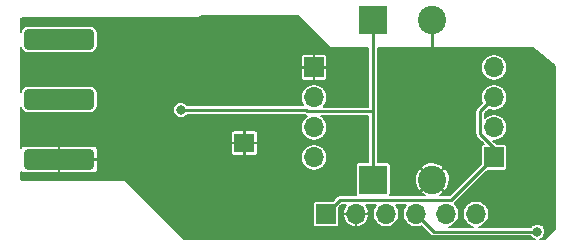
<source format=gbr>
%TF.GenerationSoftware,KiCad,Pcbnew,5.1.9+dfsg1-1*%
%TF.CreationDate,2021-06-24T19:32:38+02:00*%
%TF.ProjectId,pcb,7063622e-6b69-4636-9164-5f7063625858,rev?*%
%TF.SameCoordinates,Original*%
%TF.FileFunction,Copper,L2,Bot*%
%TF.FilePolarity,Positive*%
%FSLAX46Y46*%
G04 Gerber Fmt 4.6, Leading zero omitted, Abs format (unit mm)*
G04 Created by KiCad (PCBNEW 5.1.9+dfsg1-1) date 2021-06-24 19:32:38*
%MOMM*%
%LPD*%
G01*
G04 APERTURE LIST*
%TA.AperFunction,SMDPad,CuDef*%
%ADD10R,1.800000X1.600000*%
%TD*%
%TA.AperFunction,ComponentPad*%
%ADD11R,2.400000X2.400000*%
%TD*%
%TA.AperFunction,ComponentPad*%
%ADD12C,2.400000*%
%TD*%
%TA.AperFunction,ComponentPad*%
%ADD13R,1.700000X1.700000*%
%TD*%
%TA.AperFunction,ComponentPad*%
%ADD14O,1.700000X1.700000*%
%TD*%
%TA.AperFunction,ViaPad*%
%ADD15C,0.800000*%
%TD*%
%TA.AperFunction,Conductor*%
%ADD16C,0.250000*%
%TD*%
%TA.AperFunction,Conductor*%
%ADD17C,0.150000*%
%TD*%
%TA.AperFunction,Conductor*%
%ADD18C,0.100000*%
%TD*%
G04 APERTURE END LIST*
D10*
%TO.P,U1,9*%
%TO.N,GND*%
X159200000Y-130600000D03*
%TD*%
D11*
%TO.P,C3,1*%
%TO.N,VCC*%
X170100000Y-120200000D03*
D12*
%TO.P,C3,2*%
%TO.N,GND*%
X175100000Y-120200000D03*
%TD*%
D13*
%TO.P,P1,1*%
%TO.N,GND*%
X165090000Y-124200000D03*
D14*
%TO.P,P1,2*%
%TO.N,/RX*%
X165090000Y-126740000D03*
%TO.P,P1,3*%
%TO.N,/TX*%
X165090000Y-129280000D03*
%TO.P,P1,4*%
%TO.N,+2V5*%
X165090000Y-131820000D03*
%TD*%
%TO.P,P2,4*%
%TO.N,/RST*%
X180330000Y-124200000D03*
%TO.P,P2,3*%
%TO.N,+2V5*%
X180330000Y-126740000D03*
%TO.P,P2,2*%
%TO.N,/CTS*%
X180330000Y-129280000D03*
D13*
%TO.P,P2,1*%
%TO.N,+2V5*%
X180330000Y-131820000D03*
%TD*%
%TO.P,J1,1*%
%TO.N,GND*%
%TA.AperFunction,ComponentPad*%
G36*
G01*
X146050000Y-132900000D02*
X140950000Y-132900000D01*
G75*
G02*
X140500000Y-132450000I0J450000D01*
G01*
X140500000Y-131550000D01*
G75*
G02*
X140950000Y-131100000I450000J0D01*
G01*
X146050000Y-131100000D01*
G75*
G02*
X146500000Y-131550000I0J-450000D01*
G01*
X146500000Y-132450000D01*
G75*
G02*
X146050000Y-132900000I-450000J0D01*
G01*
G37*
%TD.AperFunction*%
%TO.P,J1,2*%
%TO.N,/I2*%
%TA.AperFunction,ComponentPad*%
G36*
G01*
X146050000Y-127820000D02*
X140950000Y-127820000D01*
G75*
G02*
X140500000Y-127370000I0J450000D01*
G01*
X140500000Y-126470000D01*
G75*
G02*
X140950000Y-126020000I450000J0D01*
G01*
X146050000Y-126020000D01*
G75*
G02*
X146500000Y-126470000I0J-450000D01*
G01*
X146500000Y-127370000D01*
G75*
G02*
X146050000Y-127820000I-450000J0D01*
G01*
G37*
%TD.AperFunction*%
%TO.P,J1,3*%
%TO.N,/A*%
%TA.AperFunction,ComponentPad*%
G36*
G01*
X146050000Y-122740000D02*
X140950000Y-122740000D01*
G75*
G02*
X140500000Y-122290000I0J450000D01*
G01*
X140500000Y-121390000D01*
G75*
G02*
X140950000Y-120940000I450000J0D01*
G01*
X146050000Y-120940000D01*
G75*
G02*
X146500000Y-121390000I0J-450000D01*
G01*
X146500000Y-122290000D01*
G75*
G02*
X146050000Y-122740000I-450000J0D01*
G01*
G37*
%TD.AperFunction*%
%TD*%
%TO.P,J2,1*%
%TO.N,+2V5*%
X166100000Y-136600000D03*
D14*
%TO.P,J2,2*%
%TO.N,GND*%
X168640000Y-136600000D03*
%TO.P,J2,3*%
%TO.N,/RX*%
X171180000Y-136600000D03*
%TO.P,J2,4*%
%TO.N,/TX*%
X173720000Y-136600000D03*
%TO.P,J2,5*%
%TO.N,/RST*%
X176260000Y-136600000D03*
%TO.P,J2,6*%
%TO.N,/CTS*%
X178800000Y-136600000D03*
%TD*%
D11*
%TO.P,C7,1*%
%TO.N,VCC*%
X170100000Y-133700000D03*
D12*
%TO.P,C7,2*%
%TO.N,GND*%
X175100000Y-133700000D03*
%TD*%
D15*
%TO.N,GND*%
X160800000Y-130600000D03*
%TO.N,VCC*%
X153800000Y-127800000D03*
%TO.N,/TX*%
X184000000Y-138100000D03*
%TD*%
D16*
%TO.N,GND*%
X175100000Y-120200000D02*
X175100000Y-123400000D01*
%TO.N,+2V5*%
X180330000Y-126740000D02*
X179154999Y-127915001D01*
X176725001Y-135424999D02*
X180330000Y-131820000D01*
X167275001Y-135424999D02*
X176725001Y-135424999D01*
X166100000Y-136600000D02*
X167275001Y-135424999D01*
X179154999Y-129844001D02*
X179154999Y-127915001D01*
X180330000Y-131019002D02*
X179154999Y-129844001D01*
X180330000Y-131820000D02*
X180330000Y-131019002D01*
%TO.N,VCC*%
X170100000Y-120300000D02*
X170000000Y-120200000D01*
X170034999Y-127915001D02*
X170100000Y-127850000D01*
X164525999Y-127915001D02*
X170034999Y-127915001D01*
X153800000Y-127800000D02*
X164410998Y-127800000D01*
X170100000Y-127850000D02*
X170100000Y-120300000D01*
X164410998Y-127800000D02*
X164525999Y-127915001D01*
X170100000Y-133700000D02*
X170100000Y-127850000D01*
%TO.N,/TX*%
X173720000Y-136600000D02*
X175220000Y-138100000D01*
X175220000Y-138100000D02*
X184000000Y-138100000D01*
%TD*%
D17*
%TO.N,GND*%
X185500000Y-124118779D02*
X185500001Y-137896446D01*
X184646448Y-138750000D01*
X184192164Y-138750000D01*
X184196890Y-138749060D01*
X184319732Y-138698177D01*
X184430287Y-138624307D01*
X184524307Y-138530287D01*
X184598177Y-138419732D01*
X184649060Y-138296890D01*
X184675000Y-138166482D01*
X184675000Y-138033518D01*
X184649060Y-137903110D01*
X184598177Y-137780268D01*
X184524307Y-137669713D01*
X184430287Y-137575693D01*
X184319732Y-137501823D01*
X184196890Y-137450940D01*
X184066482Y-137425000D01*
X183933518Y-137425000D01*
X183803110Y-137450940D01*
X183680268Y-137501823D01*
X183569713Y-137575693D01*
X183475693Y-137669713D01*
X183455456Y-137700000D01*
X179036487Y-137700000D01*
X179128150Y-137681767D01*
X179332887Y-137596962D01*
X179517145Y-137473844D01*
X179673844Y-137317145D01*
X179796962Y-137132887D01*
X179881767Y-136928150D01*
X179925000Y-136710803D01*
X179925000Y-136489197D01*
X179881767Y-136271850D01*
X179796962Y-136067113D01*
X179673844Y-135882855D01*
X179517145Y-135726156D01*
X179332887Y-135603038D01*
X179128150Y-135518233D01*
X178910803Y-135475000D01*
X178689197Y-135475000D01*
X178471850Y-135518233D01*
X178267113Y-135603038D01*
X178082855Y-135726156D01*
X177926156Y-135882855D01*
X177803038Y-136067113D01*
X177718233Y-136271850D01*
X177675000Y-136489197D01*
X177675000Y-136710803D01*
X177718233Y-136928150D01*
X177803038Y-137132887D01*
X177926156Y-137317145D01*
X178082855Y-137473844D01*
X178267113Y-137596962D01*
X178471850Y-137681767D01*
X178563513Y-137700000D01*
X176496487Y-137700000D01*
X176588150Y-137681767D01*
X176792887Y-137596962D01*
X176977145Y-137473844D01*
X177133844Y-137317145D01*
X177256962Y-137132887D01*
X177341767Y-136928150D01*
X177385000Y-136710803D01*
X177385000Y-136489197D01*
X177341767Y-136271850D01*
X177256962Y-136067113D01*
X177133844Y-135882855D01*
X176982292Y-135731303D01*
X177009212Y-135709210D01*
X177021738Y-135693947D01*
X179769355Y-132946330D01*
X181180000Y-132946330D01*
X181233909Y-132941020D01*
X181285747Y-132925296D01*
X181333521Y-132899760D01*
X181375395Y-132865395D01*
X181409760Y-132823521D01*
X181435296Y-132775747D01*
X181451020Y-132723909D01*
X181456330Y-132670000D01*
X181456330Y-130970000D01*
X181451020Y-130916091D01*
X181435296Y-130864253D01*
X181409760Y-130816479D01*
X181375395Y-130774605D01*
X181333521Y-130740240D01*
X181285747Y-130714704D01*
X181233909Y-130698980D01*
X181180000Y-130693670D01*
X180570353Y-130693670D01*
X180281683Y-130405000D01*
X180440803Y-130405000D01*
X180658150Y-130361767D01*
X180862887Y-130276962D01*
X181047145Y-130153844D01*
X181203844Y-129997145D01*
X181326962Y-129812887D01*
X181411767Y-129608150D01*
X181455000Y-129390803D01*
X181455000Y-129169197D01*
X181411767Y-128951850D01*
X181326962Y-128747113D01*
X181203844Y-128562855D01*
X181047145Y-128406156D01*
X180862887Y-128283038D01*
X180658150Y-128198233D01*
X180440803Y-128155000D01*
X180219197Y-128155000D01*
X180001850Y-128198233D01*
X179797113Y-128283038D01*
X179612855Y-128406156D01*
X179554999Y-128464012D01*
X179554999Y-128080686D01*
X179868962Y-127766723D01*
X180001850Y-127821767D01*
X180219197Y-127865000D01*
X180440803Y-127865000D01*
X180658150Y-127821767D01*
X180862887Y-127736962D01*
X181047145Y-127613844D01*
X181203844Y-127457145D01*
X181326962Y-127272887D01*
X181411767Y-127068150D01*
X181455000Y-126850803D01*
X181455000Y-126629197D01*
X181411767Y-126411850D01*
X181326962Y-126207113D01*
X181203844Y-126022855D01*
X181047145Y-125866156D01*
X180862887Y-125743038D01*
X180658150Y-125658233D01*
X180440803Y-125615000D01*
X180219197Y-125615000D01*
X180001850Y-125658233D01*
X179797113Y-125743038D01*
X179612855Y-125866156D01*
X179456156Y-126022855D01*
X179333038Y-126207113D01*
X179248233Y-126411850D01*
X179205000Y-126629197D01*
X179205000Y-126850803D01*
X179248233Y-127068150D01*
X179303277Y-127201038D01*
X178886047Y-127618268D01*
X178870789Y-127630790D01*
X178858267Y-127646048D01*
X178858264Y-127646051D01*
X178820802Y-127691699D01*
X178783660Y-127761187D01*
X178760787Y-127836588D01*
X178753064Y-127915001D01*
X178755000Y-127934657D01*
X178754999Y-129824354D01*
X178753064Y-129844001D01*
X178754999Y-129863647D01*
X178760787Y-129922414D01*
X178783659Y-129997814D01*
X178820802Y-130067303D01*
X178870788Y-130128212D01*
X178886051Y-130140738D01*
X179442661Y-130697348D01*
X179426091Y-130698980D01*
X179374253Y-130714704D01*
X179326479Y-130740240D01*
X179284605Y-130774605D01*
X179250240Y-130816479D01*
X179224704Y-130864253D01*
X179208980Y-130916091D01*
X179203670Y-130970000D01*
X179203670Y-132380645D01*
X176559316Y-135024999D01*
X175748375Y-135024999D01*
X175895621Y-134950486D01*
X175950828Y-134913598D01*
X176081582Y-134716937D01*
X175100000Y-133735355D01*
X174118418Y-134716937D01*
X174249172Y-134913598D01*
X174446807Y-135024999D01*
X171545005Y-135024999D01*
X171555296Y-135005747D01*
X171571020Y-134953909D01*
X171576330Y-134900000D01*
X171576330Y-133666801D01*
X173618235Y-133666801D01*
X173640230Y-133956517D01*
X173718324Y-134236375D01*
X173849514Y-134495621D01*
X173886402Y-134550828D01*
X174083063Y-134681582D01*
X175064645Y-133700000D01*
X175135355Y-133700000D01*
X176116937Y-134681582D01*
X176313598Y-134550828D01*
X176456268Y-134297719D01*
X176546817Y-134021639D01*
X176581765Y-133733199D01*
X176559770Y-133443483D01*
X176481676Y-133163625D01*
X176350486Y-132904379D01*
X176313598Y-132849172D01*
X176116937Y-132718418D01*
X175135355Y-133700000D01*
X175064645Y-133700000D01*
X174083063Y-132718418D01*
X173886402Y-132849172D01*
X173743732Y-133102281D01*
X173653183Y-133378361D01*
X173618235Y-133666801D01*
X171576330Y-133666801D01*
X171576330Y-132683063D01*
X174118418Y-132683063D01*
X175100000Y-133664645D01*
X176081582Y-132683063D01*
X175950828Y-132486402D01*
X175697719Y-132343732D01*
X175421639Y-132253183D01*
X175133199Y-132218235D01*
X174843483Y-132240230D01*
X174563625Y-132318324D01*
X174304379Y-132449514D01*
X174249172Y-132486402D01*
X174118418Y-132683063D01*
X171576330Y-132683063D01*
X171576330Y-132500000D01*
X171571020Y-132446091D01*
X171555296Y-132394253D01*
X171529760Y-132346479D01*
X171495395Y-132304605D01*
X171453521Y-132270240D01*
X171405747Y-132244704D01*
X171353909Y-132228980D01*
X171300000Y-132223670D01*
X170500000Y-132223670D01*
X170500000Y-127869637D01*
X170501934Y-127850001D01*
X170500000Y-127830365D01*
X170500000Y-124089197D01*
X179205000Y-124089197D01*
X179205000Y-124310803D01*
X179248233Y-124528150D01*
X179333038Y-124732887D01*
X179456156Y-124917145D01*
X179612855Y-125073844D01*
X179797113Y-125196962D01*
X180001850Y-125281767D01*
X180219197Y-125325000D01*
X180440803Y-125325000D01*
X180658150Y-125281767D01*
X180862887Y-125196962D01*
X181047145Y-125073844D01*
X181203844Y-124917145D01*
X181326962Y-124732887D01*
X181411767Y-124528150D01*
X181455000Y-124310803D01*
X181455000Y-124089197D01*
X181411767Y-123871850D01*
X181326962Y-123667113D01*
X181203844Y-123482855D01*
X181047145Y-123326156D01*
X180862887Y-123203038D01*
X180658150Y-123118233D01*
X180440803Y-123075000D01*
X180219197Y-123075000D01*
X180001850Y-123118233D01*
X179797113Y-123203038D01*
X179612855Y-123326156D01*
X179456156Y-123482855D01*
X179333038Y-123667113D01*
X179248233Y-123871850D01*
X179205000Y-124089197D01*
X170500000Y-124089197D01*
X170500000Y-122575000D01*
X183605362Y-122575000D01*
X185500000Y-124118779D01*
%TA.AperFunction,Conductor*%
D18*
G36*
X185500000Y-124118779D02*
G01*
X185500001Y-137896446D01*
X184646448Y-138750000D01*
X184192164Y-138750000D01*
X184196890Y-138749060D01*
X184319732Y-138698177D01*
X184430287Y-138624307D01*
X184524307Y-138530287D01*
X184598177Y-138419732D01*
X184649060Y-138296890D01*
X184675000Y-138166482D01*
X184675000Y-138033518D01*
X184649060Y-137903110D01*
X184598177Y-137780268D01*
X184524307Y-137669713D01*
X184430287Y-137575693D01*
X184319732Y-137501823D01*
X184196890Y-137450940D01*
X184066482Y-137425000D01*
X183933518Y-137425000D01*
X183803110Y-137450940D01*
X183680268Y-137501823D01*
X183569713Y-137575693D01*
X183475693Y-137669713D01*
X183455456Y-137700000D01*
X179036487Y-137700000D01*
X179128150Y-137681767D01*
X179332887Y-137596962D01*
X179517145Y-137473844D01*
X179673844Y-137317145D01*
X179796962Y-137132887D01*
X179881767Y-136928150D01*
X179925000Y-136710803D01*
X179925000Y-136489197D01*
X179881767Y-136271850D01*
X179796962Y-136067113D01*
X179673844Y-135882855D01*
X179517145Y-135726156D01*
X179332887Y-135603038D01*
X179128150Y-135518233D01*
X178910803Y-135475000D01*
X178689197Y-135475000D01*
X178471850Y-135518233D01*
X178267113Y-135603038D01*
X178082855Y-135726156D01*
X177926156Y-135882855D01*
X177803038Y-136067113D01*
X177718233Y-136271850D01*
X177675000Y-136489197D01*
X177675000Y-136710803D01*
X177718233Y-136928150D01*
X177803038Y-137132887D01*
X177926156Y-137317145D01*
X178082855Y-137473844D01*
X178267113Y-137596962D01*
X178471850Y-137681767D01*
X178563513Y-137700000D01*
X176496487Y-137700000D01*
X176588150Y-137681767D01*
X176792887Y-137596962D01*
X176977145Y-137473844D01*
X177133844Y-137317145D01*
X177256962Y-137132887D01*
X177341767Y-136928150D01*
X177385000Y-136710803D01*
X177385000Y-136489197D01*
X177341767Y-136271850D01*
X177256962Y-136067113D01*
X177133844Y-135882855D01*
X176982292Y-135731303D01*
X177009212Y-135709210D01*
X177021738Y-135693947D01*
X179769355Y-132946330D01*
X181180000Y-132946330D01*
X181233909Y-132941020D01*
X181285747Y-132925296D01*
X181333521Y-132899760D01*
X181375395Y-132865395D01*
X181409760Y-132823521D01*
X181435296Y-132775747D01*
X181451020Y-132723909D01*
X181456330Y-132670000D01*
X181456330Y-130970000D01*
X181451020Y-130916091D01*
X181435296Y-130864253D01*
X181409760Y-130816479D01*
X181375395Y-130774605D01*
X181333521Y-130740240D01*
X181285747Y-130714704D01*
X181233909Y-130698980D01*
X181180000Y-130693670D01*
X180570353Y-130693670D01*
X180281683Y-130405000D01*
X180440803Y-130405000D01*
X180658150Y-130361767D01*
X180862887Y-130276962D01*
X181047145Y-130153844D01*
X181203844Y-129997145D01*
X181326962Y-129812887D01*
X181411767Y-129608150D01*
X181455000Y-129390803D01*
X181455000Y-129169197D01*
X181411767Y-128951850D01*
X181326962Y-128747113D01*
X181203844Y-128562855D01*
X181047145Y-128406156D01*
X180862887Y-128283038D01*
X180658150Y-128198233D01*
X180440803Y-128155000D01*
X180219197Y-128155000D01*
X180001850Y-128198233D01*
X179797113Y-128283038D01*
X179612855Y-128406156D01*
X179554999Y-128464012D01*
X179554999Y-128080686D01*
X179868962Y-127766723D01*
X180001850Y-127821767D01*
X180219197Y-127865000D01*
X180440803Y-127865000D01*
X180658150Y-127821767D01*
X180862887Y-127736962D01*
X181047145Y-127613844D01*
X181203844Y-127457145D01*
X181326962Y-127272887D01*
X181411767Y-127068150D01*
X181455000Y-126850803D01*
X181455000Y-126629197D01*
X181411767Y-126411850D01*
X181326962Y-126207113D01*
X181203844Y-126022855D01*
X181047145Y-125866156D01*
X180862887Y-125743038D01*
X180658150Y-125658233D01*
X180440803Y-125615000D01*
X180219197Y-125615000D01*
X180001850Y-125658233D01*
X179797113Y-125743038D01*
X179612855Y-125866156D01*
X179456156Y-126022855D01*
X179333038Y-126207113D01*
X179248233Y-126411850D01*
X179205000Y-126629197D01*
X179205000Y-126850803D01*
X179248233Y-127068150D01*
X179303277Y-127201038D01*
X178886047Y-127618268D01*
X178870789Y-127630790D01*
X178858267Y-127646048D01*
X178858264Y-127646051D01*
X178820802Y-127691699D01*
X178783660Y-127761187D01*
X178760787Y-127836588D01*
X178753064Y-127915001D01*
X178755000Y-127934657D01*
X178754999Y-129824354D01*
X178753064Y-129844001D01*
X178754999Y-129863647D01*
X178760787Y-129922414D01*
X178783659Y-129997814D01*
X178820802Y-130067303D01*
X178870788Y-130128212D01*
X178886051Y-130140738D01*
X179442661Y-130697348D01*
X179426091Y-130698980D01*
X179374253Y-130714704D01*
X179326479Y-130740240D01*
X179284605Y-130774605D01*
X179250240Y-130816479D01*
X179224704Y-130864253D01*
X179208980Y-130916091D01*
X179203670Y-130970000D01*
X179203670Y-132380645D01*
X176559316Y-135024999D01*
X175748375Y-135024999D01*
X175895621Y-134950486D01*
X175950828Y-134913598D01*
X176081582Y-134716937D01*
X175100000Y-133735355D01*
X174118418Y-134716937D01*
X174249172Y-134913598D01*
X174446807Y-135024999D01*
X171545005Y-135024999D01*
X171555296Y-135005747D01*
X171571020Y-134953909D01*
X171576330Y-134900000D01*
X171576330Y-133666801D01*
X173618235Y-133666801D01*
X173640230Y-133956517D01*
X173718324Y-134236375D01*
X173849514Y-134495621D01*
X173886402Y-134550828D01*
X174083063Y-134681582D01*
X175064645Y-133700000D01*
X175135355Y-133700000D01*
X176116937Y-134681582D01*
X176313598Y-134550828D01*
X176456268Y-134297719D01*
X176546817Y-134021639D01*
X176581765Y-133733199D01*
X176559770Y-133443483D01*
X176481676Y-133163625D01*
X176350486Y-132904379D01*
X176313598Y-132849172D01*
X176116937Y-132718418D01*
X175135355Y-133700000D01*
X175064645Y-133700000D01*
X174083063Y-132718418D01*
X173886402Y-132849172D01*
X173743732Y-133102281D01*
X173653183Y-133378361D01*
X173618235Y-133666801D01*
X171576330Y-133666801D01*
X171576330Y-132683063D01*
X174118418Y-132683063D01*
X175100000Y-133664645D01*
X176081582Y-132683063D01*
X175950828Y-132486402D01*
X175697719Y-132343732D01*
X175421639Y-132253183D01*
X175133199Y-132218235D01*
X174843483Y-132240230D01*
X174563625Y-132318324D01*
X174304379Y-132449514D01*
X174249172Y-132486402D01*
X174118418Y-132683063D01*
X171576330Y-132683063D01*
X171576330Y-132500000D01*
X171571020Y-132446091D01*
X171555296Y-132394253D01*
X171529760Y-132346479D01*
X171495395Y-132304605D01*
X171453521Y-132270240D01*
X171405747Y-132244704D01*
X171353909Y-132228980D01*
X171300000Y-132223670D01*
X170500000Y-132223670D01*
X170500000Y-127869637D01*
X170501934Y-127850001D01*
X170500000Y-127830365D01*
X170500000Y-124089197D01*
X179205000Y-124089197D01*
X179205000Y-124310803D01*
X179248233Y-124528150D01*
X179333038Y-124732887D01*
X179456156Y-124917145D01*
X179612855Y-125073844D01*
X179797113Y-125196962D01*
X180001850Y-125281767D01*
X180219197Y-125325000D01*
X180440803Y-125325000D01*
X180658150Y-125281767D01*
X180862887Y-125196962D01*
X181047145Y-125073844D01*
X181203844Y-124917145D01*
X181326962Y-124732887D01*
X181411767Y-124528150D01*
X181455000Y-124310803D01*
X181455000Y-124089197D01*
X181411767Y-123871850D01*
X181326962Y-123667113D01*
X181203844Y-123482855D01*
X181047145Y-123326156D01*
X180862887Y-123203038D01*
X180658150Y-123118233D01*
X180440803Y-123075000D01*
X180219197Y-123075000D01*
X180001850Y-123118233D01*
X179797113Y-123203038D01*
X179612855Y-123326156D01*
X179456156Y-123482855D01*
X179333038Y-123667113D01*
X179248233Y-123871850D01*
X179205000Y-124089197D01*
X170500000Y-124089197D01*
X170500000Y-122575000D01*
X183605362Y-122575000D01*
X185500000Y-124118779D01*
G37*
%TD.AperFunction*%
D17*
X166446967Y-122553033D02*
X166458332Y-122562360D01*
X166471299Y-122569291D01*
X166485368Y-122573559D01*
X166500000Y-122575000D01*
X169700001Y-122575000D01*
X169700000Y-127515001D01*
X165905988Y-127515001D01*
X165963844Y-127457145D01*
X166086962Y-127272887D01*
X166171767Y-127068150D01*
X166215000Y-126850803D01*
X166215000Y-126629197D01*
X166171767Y-126411850D01*
X166086962Y-126207113D01*
X165963844Y-126022855D01*
X165807145Y-125866156D01*
X165622887Y-125743038D01*
X165418150Y-125658233D01*
X165200803Y-125615000D01*
X164979197Y-125615000D01*
X164761850Y-125658233D01*
X164557113Y-125743038D01*
X164372855Y-125866156D01*
X164216156Y-126022855D01*
X164093038Y-126207113D01*
X164008233Y-126411850D01*
X163965000Y-126629197D01*
X163965000Y-126850803D01*
X164008233Y-127068150D01*
X164093038Y-127272887D01*
X164177973Y-127400000D01*
X154344544Y-127400000D01*
X154324307Y-127369713D01*
X154230287Y-127275693D01*
X154119732Y-127201823D01*
X153996890Y-127150940D01*
X153866482Y-127125000D01*
X153733518Y-127125000D01*
X153603110Y-127150940D01*
X153480268Y-127201823D01*
X153369713Y-127275693D01*
X153275693Y-127369713D01*
X153201823Y-127480268D01*
X153150940Y-127603110D01*
X153125000Y-127733518D01*
X153125000Y-127866482D01*
X153150940Y-127996890D01*
X153201823Y-128119732D01*
X153275693Y-128230287D01*
X153369713Y-128324307D01*
X153480268Y-128398177D01*
X153603110Y-128449060D01*
X153733518Y-128475000D01*
X153866482Y-128475000D01*
X153996890Y-128449060D01*
X154119732Y-128398177D01*
X154230287Y-128324307D01*
X154324307Y-128230287D01*
X154344544Y-128200000D01*
X164242748Y-128200000D01*
X164302696Y-128249198D01*
X164372185Y-128286341D01*
X164447585Y-128309213D01*
X164508902Y-128315252D01*
X164372855Y-128406156D01*
X164216156Y-128562855D01*
X164093038Y-128747113D01*
X164008233Y-128951850D01*
X163965000Y-129169197D01*
X163965000Y-129390803D01*
X164008233Y-129608150D01*
X164093038Y-129812887D01*
X164216156Y-129997145D01*
X164372855Y-130153844D01*
X164557113Y-130276962D01*
X164761850Y-130361767D01*
X164979197Y-130405000D01*
X165200803Y-130405000D01*
X165418150Y-130361767D01*
X165622887Y-130276962D01*
X165807145Y-130153844D01*
X165963844Y-129997145D01*
X166086962Y-129812887D01*
X166171767Y-129608150D01*
X166215000Y-129390803D01*
X166215000Y-129169197D01*
X166171767Y-128951850D01*
X166086962Y-128747113D01*
X165963844Y-128562855D01*
X165807145Y-128406156D01*
X165670723Y-128315001D01*
X169700001Y-128315001D01*
X169700000Y-132223670D01*
X168900000Y-132223670D01*
X168846091Y-132228980D01*
X168794253Y-132244704D01*
X168746479Y-132270240D01*
X168704605Y-132304605D01*
X168670240Y-132346479D01*
X168644704Y-132394253D01*
X168628980Y-132446091D01*
X168623670Y-132500000D01*
X168623670Y-134900000D01*
X168628980Y-134953909D01*
X168644704Y-135005747D01*
X168654995Y-135024999D01*
X167294636Y-135024999D01*
X167275000Y-135023065D01*
X167255364Y-135024999D01*
X167255354Y-135024999D01*
X167196587Y-135030787D01*
X167121187Y-135053659D01*
X167051698Y-135090802D01*
X166990790Y-135140788D01*
X166978266Y-135156049D01*
X166660645Y-135473670D01*
X165250000Y-135473670D01*
X165196091Y-135478980D01*
X165144253Y-135494704D01*
X165096479Y-135520240D01*
X165054605Y-135554605D01*
X165020240Y-135596479D01*
X164994704Y-135644253D01*
X164978980Y-135696091D01*
X164973670Y-135750000D01*
X164973670Y-137450000D01*
X164978980Y-137503909D01*
X164994704Y-137555747D01*
X165020240Y-137603521D01*
X165054605Y-137645395D01*
X165096479Y-137679760D01*
X165144253Y-137705296D01*
X165196091Y-137721020D01*
X165250000Y-137726330D01*
X166950000Y-137726330D01*
X167003909Y-137721020D01*
X167055747Y-137705296D01*
X167103521Y-137679760D01*
X167145395Y-137645395D01*
X167179760Y-137603521D01*
X167205296Y-137555747D01*
X167221020Y-137503909D01*
X167226330Y-137450000D01*
X167226330Y-136800638D01*
X167533035Y-136800638D01*
X167593448Y-137012741D01*
X167694079Y-137208982D01*
X167831061Y-137381821D01*
X167999130Y-137524615D01*
X168191828Y-137631876D01*
X168401749Y-137699483D01*
X168439363Y-137706964D01*
X168615000Y-137655954D01*
X168615000Y-136625000D01*
X168665000Y-136625000D01*
X168665000Y-137655954D01*
X168840637Y-137706964D01*
X168878251Y-137699483D01*
X169088172Y-137631876D01*
X169280870Y-137524615D01*
X169448939Y-137381821D01*
X169585921Y-137208982D01*
X169686552Y-137012741D01*
X169746965Y-136800638D01*
X169695973Y-136625000D01*
X168665000Y-136625000D01*
X168615000Y-136625000D01*
X167584027Y-136625000D01*
X167533035Y-136800638D01*
X167226330Y-136800638D01*
X167226330Y-136039355D01*
X167440686Y-135824999D01*
X167825656Y-135824999D01*
X167694079Y-135991018D01*
X167593448Y-136187259D01*
X167533035Y-136399362D01*
X167584027Y-136575000D01*
X168615000Y-136575000D01*
X168615000Y-136555000D01*
X168665000Y-136555000D01*
X168665000Y-136575000D01*
X169695973Y-136575000D01*
X169746965Y-136399362D01*
X169686552Y-136187259D01*
X169585921Y-135991018D01*
X169454344Y-135824999D01*
X170364012Y-135824999D01*
X170306156Y-135882855D01*
X170183038Y-136067113D01*
X170098233Y-136271850D01*
X170055000Y-136489197D01*
X170055000Y-136710803D01*
X170098233Y-136928150D01*
X170183038Y-137132887D01*
X170306156Y-137317145D01*
X170462855Y-137473844D01*
X170647113Y-137596962D01*
X170851850Y-137681767D01*
X171069197Y-137725000D01*
X171290803Y-137725000D01*
X171508150Y-137681767D01*
X171712887Y-137596962D01*
X171897145Y-137473844D01*
X172053844Y-137317145D01*
X172176962Y-137132887D01*
X172261767Y-136928150D01*
X172305000Y-136710803D01*
X172305000Y-136489197D01*
X172261767Y-136271850D01*
X172176962Y-136067113D01*
X172053844Y-135882855D01*
X171995988Y-135824999D01*
X172904012Y-135824999D01*
X172846156Y-135882855D01*
X172723038Y-136067113D01*
X172638233Y-136271850D01*
X172595000Y-136489197D01*
X172595000Y-136710803D01*
X172638233Y-136928150D01*
X172723038Y-137132887D01*
X172846156Y-137317145D01*
X173002855Y-137473844D01*
X173187113Y-137596962D01*
X173391850Y-137681767D01*
X173609197Y-137725000D01*
X173830803Y-137725000D01*
X174048150Y-137681767D01*
X174181038Y-137626723D01*
X174923263Y-138368948D01*
X174935789Y-138384211D01*
X174996697Y-138434197D01*
X175066186Y-138471340D01*
X175141586Y-138494212D01*
X175200353Y-138500000D01*
X175200363Y-138500000D01*
X175219999Y-138501934D01*
X175239635Y-138500000D01*
X183455456Y-138500000D01*
X183475693Y-138530287D01*
X183569713Y-138624307D01*
X183680268Y-138698177D01*
X183803110Y-138749060D01*
X183807836Y-138750000D01*
X154103553Y-138750000D01*
X149185466Y-133831914D01*
X149177632Y-133822368D01*
X149139564Y-133791127D01*
X149096134Y-133767913D01*
X149049008Y-133753618D01*
X149012275Y-133750000D01*
X149000000Y-133748791D01*
X148987725Y-133750000D01*
X140353553Y-133750000D01*
X140250000Y-133646447D01*
X140250000Y-133015657D01*
X140270239Y-133053521D01*
X140304604Y-133095396D01*
X140346479Y-133129761D01*
X140394253Y-133155297D01*
X140446090Y-133171021D01*
X140500000Y-133176331D01*
X143406250Y-133175000D01*
X143475000Y-133106250D01*
X143475000Y-132025000D01*
X143525000Y-132025000D01*
X143525000Y-133106250D01*
X143593750Y-133175000D01*
X146500000Y-133176331D01*
X146553910Y-133171021D01*
X146605747Y-133155297D01*
X146653521Y-133129761D01*
X146695396Y-133095396D01*
X146729761Y-133053521D01*
X146755297Y-133005747D01*
X146771021Y-132953910D01*
X146776331Y-132900000D01*
X146775000Y-132093750D01*
X146706250Y-132025000D01*
X143525000Y-132025000D01*
X143475000Y-132025000D01*
X143455000Y-132025000D01*
X143455000Y-131975000D01*
X143475000Y-131975000D01*
X143475000Y-130893750D01*
X143525000Y-130893750D01*
X143525000Y-131975000D01*
X146706250Y-131975000D01*
X146775000Y-131906250D01*
X146775325Y-131709197D01*
X163965000Y-131709197D01*
X163965000Y-131930803D01*
X164008233Y-132148150D01*
X164093038Y-132352887D01*
X164216156Y-132537145D01*
X164372855Y-132693844D01*
X164557113Y-132816962D01*
X164761850Y-132901767D01*
X164979197Y-132945000D01*
X165200803Y-132945000D01*
X165418150Y-132901767D01*
X165622887Y-132816962D01*
X165807145Y-132693844D01*
X165963844Y-132537145D01*
X166086962Y-132352887D01*
X166171767Y-132148150D01*
X166215000Y-131930803D01*
X166215000Y-131709197D01*
X166171767Y-131491850D01*
X166086962Y-131287113D01*
X165963844Y-131102855D01*
X165807145Y-130946156D01*
X165622887Y-130823038D01*
X165418150Y-130738233D01*
X165200803Y-130695000D01*
X164979197Y-130695000D01*
X164761850Y-130738233D01*
X164557113Y-130823038D01*
X164372855Y-130946156D01*
X164216156Y-131102855D01*
X164093038Y-131287113D01*
X164008233Y-131491850D01*
X163965000Y-131709197D01*
X146775325Y-131709197D01*
X146775835Y-131400000D01*
X158023669Y-131400000D01*
X158028979Y-131453910D01*
X158044703Y-131505747D01*
X158070239Y-131553521D01*
X158104604Y-131595396D01*
X158146479Y-131629761D01*
X158194253Y-131655297D01*
X158246090Y-131671021D01*
X158300000Y-131676331D01*
X159106250Y-131675000D01*
X159175000Y-131606250D01*
X159175000Y-130625000D01*
X159225000Y-130625000D01*
X159225000Y-131606250D01*
X159293750Y-131675000D01*
X160100000Y-131676331D01*
X160153910Y-131671021D01*
X160205747Y-131655297D01*
X160253521Y-131629761D01*
X160295396Y-131595396D01*
X160329761Y-131553521D01*
X160355297Y-131505747D01*
X160371021Y-131453910D01*
X160376331Y-131400000D01*
X160375000Y-130693750D01*
X160306250Y-130625000D01*
X159225000Y-130625000D01*
X159175000Y-130625000D01*
X158093750Y-130625000D01*
X158025000Y-130693750D01*
X158023669Y-131400000D01*
X146775835Y-131400000D01*
X146776331Y-131100000D01*
X146771021Y-131046090D01*
X146755297Y-130994253D01*
X146729761Y-130946479D01*
X146695396Y-130904604D01*
X146653521Y-130870239D01*
X146605747Y-130844703D01*
X146553910Y-130828979D01*
X146500000Y-130823669D01*
X143593750Y-130825000D01*
X143525000Y-130893750D01*
X143475000Y-130893750D01*
X143406250Y-130825000D01*
X140500000Y-130823669D01*
X140446090Y-130828979D01*
X140394253Y-130844703D01*
X140346479Y-130870239D01*
X140304604Y-130904604D01*
X140270239Y-130946479D01*
X140250000Y-130984343D01*
X140250000Y-129800000D01*
X158023669Y-129800000D01*
X158025000Y-130506250D01*
X158093750Y-130575000D01*
X159175000Y-130575000D01*
X159175000Y-129593750D01*
X159225000Y-129593750D01*
X159225000Y-130575000D01*
X160306250Y-130575000D01*
X160375000Y-130506250D01*
X160376331Y-129800000D01*
X160371021Y-129746090D01*
X160355297Y-129694253D01*
X160329761Y-129646479D01*
X160295396Y-129604604D01*
X160253521Y-129570239D01*
X160205747Y-129544703D01*
X160153910Y-129528979D01*
X160100000Y-129523669D01*
X159293750Y-129525000D01*
X159225000Y-129593750D01*
X159175000Y-129593750D01*
X159106250Y-129525000D01*
X158300000Y-129523669D01*
X158246090Y-129528979D01*
X158194253Y-129544703D01*
X158146479Y-129570239D01*
X158104604Y-129604604D01*
X158070239Y-129646479D01*
X158044703Y-129694253D01*
X158028979Y-129746090D01*
X158023669Y-129800000D01*
X140250000Y-129800000D01*
X140250000Y-127552491D01*
X140278959Y-127647954D01*
X140346079Y-127773527D01*
X140436407Y-127883593D01*
X140546473Y-127973921D01*
X140672046Y-128041041D01*
X140808300Y-128082374D01*
X140950000Y-128096330D01*
X146050000Y-128096330D01*
X146191700Y-128082374D01*
X146327954Y-128041041D01*
X146453527Y-127973921D01*
X146563593Y-127883593D01*
X146653921Y-127773527D01*
X146721041Y-127647954D01*
X146762374Y-127511700D01*
X146776330Y-127370000D01*
X146776330Y-126470000D01*
X146762374Y-126328300D01*
X146721041Y-126192046D01*
X146653921Y-126066473D01*
X146563593Y-125956407D01*
X146453527Y-125866079D01*
X146327954Y-125798959D01*
X146191700Y-125757626D01*
X146050000Y-125743670D01*
X140950000Y-125743670D01*
X140808300Y-125757626D01*
X140672046Y-125798959D01*
X140546473Y-125866079D01*
X140436407Y-125956407D01*
X140346079Y-126066473D01*
X140278959Y-126192046D01*
X140250000Y-126287509D01*
X140250000Y-125050000D01*
X163963669Y-125050000D01*
X163968979Y-125103910D01*
X163984703Y-125155747D01*
X164010239Y-125203521D01*
X164044604Y-125245396D01*
X164086479Y-125279761D01*
X164134253Y-125305297D01*
X164186090Y-125321021D01*
X164240000Y-125326331D01*
X164996250Y-125325000D01*
X165065000Y-125256250D01*
X165065000Y-124225000D01*
X165115000Y-124225000D01*
X165115000Y-125256250D01*
X165183750Y-125325000D01*
X165940000Y-125326331D01*
X165993910Y-125321021D01*
X166045747Y-125305297D01*
X166093521Y-125279761D01*
X166135396Y-125245396D01*
X166169761Y-125203521D01*
X166195297Y-125155747D01*
X166211021Y-125103910D01*
X166216331Y-125050000D01*
X166215000Y-124293750D01*
X166146250Y-124225000D01*
X165115000Y-124225000D01*
X165065000Y-124225000D01*
X164033750Y-124225000D01*
X163965000Y-124293750D01*
X163963669Y-125050000D01*
X140250000Y-125050000D01*
X140250000Y-123350000D01*
X163963669Y-123350000D01*
X163965000Y-124106250D01*
X164033750Y-124175000D01*
X165065000Y-124175000D01*
X165065000Y-123143750D01*
X165115000Y-123143750D01*
X165115000Y-124175000D01*
X166146250Y-124175000D01*
X166215000Y-124106250D01*
X166216331Y-123350000D01*
X166211021Y-123296090D01*
X166195297Y-123244253D01*
X166169761Y-123196479D01*
X166135396Y-123154604D01*
X166093521Y-123120239D01*
X166045747Y-123094703D01*
X165993910Y-123078979D01*
X165940000Y-123073669D01*
X165183750Y-123075000D01*
X165115000Y-123143750D01*
X165065000Y-123143750D01*
X164996250Y-123075000D01*
X164240000Y-123073669D01*
X164186090Y-123078979D01*
X164134253Y-123094703D01*
X164086479Y-123120239D01*
X164044604Y-123154604D01*
X164010239Y-123196479D01*
X163984703Y-123244253D01*
X163968979Y-123296090D01*
X163963669Y-123350000D01*
X140250000Y-123350000D01*
X140250000Y-122472491D01*
X140278959Y-122567954D01*
X140346079Y-122693527D01*
X140436407Y-122803593D01*
X140546473Y-122893921D01*
X140672046Y-122961041D01*
X140808300Y-123002374D01*
X140950000Y-123016330D01*
X146050000Y-123016330D01*
X146191700Y-123002374D01*
X146327954Y-122961041D01*
X146453527Y-122893921D01*
X146563593Y-122803593D01*
X146653921Y-122693527D01*
X146721041Y-122567954D01*
X146762374Y-122431700D01*
X146776330Y-122290000D01*
X146776330Y-121390000D01*
X146762374Y-121248300D01*
X146721041Y-121112046D01*
X146653921Y-120986473D01*
X146563593Y-120876407D01*
X146453527Y-120786079D01*
X146327954Y-120718959D01*
X146191700Y-120677626D01*
X146050000Y-120663670D01*
X140950000Y-120663670D01*
X140808300Y-120677626D01*
X140672046Y-120718959D01*
X140546473Y-120786079D01*
X140436407Y-120876407D01*
X140346079Y-120986473D01*
X140278959Y-121112046D01*
X140250000Y-121207509D01*
X140250000Y-120103553D01*
X140353553Y-120000000D01*
X155237725Y-120000000D01*
X155250000Y-120001209D01*
X155299008Y-119996382D01*
X155327547Y-119987725D01*
X155346134Y-119982087D01*
X155389564Y-119958873D01*
X155427632Y-119927632D01*
X155435466Y-119918086D01*
X155528552Y-119825000D01*
X163718934Y-119825000D01*
X166446967Y-122553033D01*
%TA.AperFunction,Conductor*%
D18*
G36*
X166446967Y-122553033D02*
G01*
X166458332Y-122562360D01*
X166471299Y-122569291D01*
X166485368Y-122573559D01*
X166500000Y-122575000D01*
X169700001Y-122575000D01*
X169700000Y-127515001D01*
X165905988Y-127515001D01*
X165963844Y-127457145D01*
X166086962Y-127272887D01*
X166171767Y-127068150D01*
X166215000Y-126850803D01*
X166215000Y-126629197D01*
X166171767Y-126411850D01*
X166086962Y-126207113D01*
X165963844Y-126022855D01*
X165807145Y-125866156D01*
X165622887Y-125743038D01*
X165418150Y-125658233D01*
X165200803Y-125615000D01*
X164979197Y-125615000D01*
X164761850Y-125658233D01*
X164557113Y-125743038D01*
X164372855Y-125866156D01*
X164216156Y-126022855D01*
X164093038Y-126207113D01*
X164008233Y-126411850D01*
X163965000Y-126629197D01*
X163965000Y-126850803D01*
X164008233Y-127068150D01*
X164093038Y-127272887D01*
X164177973Y-127400000D01*
X154344544Y-127400000D01*
X154324307Y-127369713D01*
X154230287Y-127275693D01*
X154119732Y-127201823D01*
X153996890Y-127150940D01*
X153866482Y-127125000D01*
X153733518Y-127125000D01*
X153603110Y-127150940D01*
X153480268Y-127201823D01*
X153369713Y-127275693D01*
X153275693Y-127369713D01*
X153201823Y-127480268D01*
X153150940Y-127603110D01*
X153125000Y-127733518D01*
X153125000Y-127866482D01*
X153150940Y-127996890D01*
X153201823Y-128119732D01*
X153275693Y-128230287D01*
X153369713Y-128324307D01*
X153480268Y-128398177D01*
X153603110Y-128449060D01*
X153733518Y-128475000D01*
X153866482Y-128475000D01*
X153996890Y-128449060D01*
X154119732Y-128398177D01*
X154230287Y-128324307D01*
X154324307Y-128230287D01*
X154344544Y-128200000D01*
X164242748Y-128200000D01*
X164302696Y-128249198D01*
X164372185Y-128286341D01*
X164447585Y-128309213D01*
X164508902Y-128315252D01*
X164372855Y-128406156D01*
X164216156Y-128562855D01*
X164093038Y-128747113D01*
X164008233Y-128951850D01*
X163965000Y-129169197D01*
X163965000Y-129390803D01*
X164008233Y-129608150D01*
X164093038Y-129812887D01*
X164216156Y-129997145D01*
X164372855Y-130153844D01*
X164557113Y-130276962D01*
X164761850Y-130361767D01*
X164979197Y-130405000D01*
X165200803Y-130405000D01*
X165418150Y-130361767D01*
X165622887Y-130276962D01*
X165807145Y-130153844D01*
X165963844Y-129997145D01*
X166086962Y-129812887D01*
X166171767Y-129608150D01*
X166215000Y-129390803D01*
X166215000Y-129169197D01*
X166171767Y-128951850D01*
X166086962Y-128747113D01*
X165963844Y-128562855D01*
X165807145Y-128406156D01*
X165670723Y-128315001D01*
X169700001Y-128315001D01*
X169700000Y-132223670D01*
X168900000Y-132223670D01*
X168846091Y-132228980D01*
X168794253Y-132244704D01*
X168746479Y-132270240D01*
X168704605Y-132304605D01*
X168670240Y-132346479D01*
X168644704Y-132394253D01*
X168628980Y-132446091D01*
X168623670Y-132500000D01*
X168623670Y-134900000D01*
X168628980Y-134953909D01*
X168644704Y-135005747D01*
X168654995Y-135024999D01*
X167294636Y-135024999D01*
X167275000Y-135023065D01*
X167255364Y-135024999D01*
X167255354Y-135024999D01*
X167196587Y-135030787D01*
X167121187Y-135053659D01*
X167051698Y-135090802D01*
X166990790Y-135140788D01*
X166978266Y-135156049D01*
X166660645Y-135473670D01*
X165250000Y-135473670D01*
X165196091Y-135478980D01*
X165144253Y-135494704D01*
X165096479Y-135520240D01*
X165054605Y-135554605D01*
X165020240Y-135596479D01*
X164994704Y-135644253D01*
X164978980Y-135696091D01*
X164973670Y-135750000D01*
X164973670Y-137450000D01*
X164978980Y-137503909D01*
X164994704Y-137555747D01*
X165020240Y-137603521D01*
X165054605Y-137645395D01*
X165096479Y-137679760D01*
X165144253Y-137705296D01*
X165196091Y-137721020D01*
X165250000Y-137726330D01*
X166950000Y-137726330D01*
X167003909Y-137721020D01*
X167055747Y-137705296D01*
X167103521Y-137679760D01*
X167145395Y-137645395D01*
X167179760Y-137603521D01*
X167205296Y-137555747D01*
X167221020Y-137503909D01*
X167226330Y-137450000D01*
X167226330Y-136800638D01*
X167533035Y-136800638D01*
X167593448Y-137012741D01*
X167694079Y-137208982D01*
X167831061Y-137381821D01*
X167999130Y-137524615D01*
X168191828Y-137631876D01*
X168401749Y-137699483D01*
X168439363Y-137706964D01*
X168615000Y-137655954D01*
X168615000Y-136625000D01*
X168665000Y-136625000D01*
X168665000Y-137655954D01*
X168840637Y-137706964D01*
X168878251Y-137699483D01*
X169088172Y-137631876D01*
X169280870Y-137524615D01*
X169448939Y-137381821D01*
X169585921Y-137208982D01*
X169686552Y-137012741D01*
X169746965Y-136800638D01*
X169695973Y-136625000D01*
X168665000Y-136625000D01*
X168615000Y-136625000D01*
X167584027Y-136625000D01*
X167533035Y-136800638D01*
X167226330Y-136800638D01*
X167226330Y-136039355D01*
X167440686Y-135824999D01*
X167825656Y-135824999D01*
X167694079Y-135991018D01*
X167593448Y-136187259D01*
X167533035Y-136399362D01*
X167584027Y-136575000D01*
X168615000Y-136575000D01*
X168615000Y-136555000D01*
X168665000Y-136555000D01*
X168665000Y-136575000D01*
X169695973Y-136575000D01*
X169746965Y-136399362D01*
X169686552Y-136187259D01*
X169585921Y-135991018D01*
X169454344Y-135824999D01*
X170364012Y-135824999D01*
X170306156Y-135882855D01*
X170183038Y-136067113D01*
X170098233Y-136271850D01*
X170055000Y-136489197D01*
X170055000Y-136710803D01*
X170098233Y-136928150D01*
X170183038Y-137132887D01*
X170306156Y-137317145D01*
X170462855Y-137473844D01*
X170647113Y-137596962D01*
X170851850Y-137681767D01*
X171069197Y-137725000D01*
X171290803Y-137725000D01*
X171508150Y-137681767D01*
X171712887Y-137596962D01*
X171897145Y-137473844D01*
X172053844Y-137317145D01*
X172176962Y-137132887D01*
X172261767Y-136928150D01*
X172305000Y-136710803D01*
X172305000Y-136489197D01*
X172261767Y-136271850D01*
X172176962Y-136067113D01*
X172053844Y-135882855D01*
X171995988Y-135824999D01*
X172904012Y-135824999D01*
X172846156Y-135882855D01*
X172723038Y-136067113D01*
X172638233Y-136271850D01*
X172595000Y-136489197D01*
X172595000Y-136710803D01*
X172638233Y-136928150D01*
X172723038Y-137132887D01*
X172846156Y-137317145D01*
X173002855Y-137473844D01*
X173187113Y-137596962D01*
X173391850Y-137681767D01*
X173609197Y-137725000D01*
X173830803Y-137725000D01*
X174048150Y-137681767D01*
X174181038Y-137626723D01*
X174923263Y-138368948D01*
X174935789Y-138384211D01*
X174996697Y-138434197D01*
X175066186Y-138471340D01*
X175141586Y-138494212D01*
X175200353Y-138500000D01*
X175200363Y-138500000D01*
X175219999Y-138501934D01*
X175239635Y-138500000D01*
X183455456Y-138500000D01*
X183475693Y-138530287D01*
X183569713Y-138624307D01*
X183680268Y-138698177D01*
X183803110Y-138749060D01*
X183807836Y-138750000D01*
X154103553Y-138750000D01*
X149185466Y-133831914D01*
X149177632Y-133822368D01*
X149139564Y-133791127D01*
X149096134Y-133767913D01*
X149049008Y-133753618D01*
X149012275Y-133750000D01*
X149000000Y-133748791D01*
X148987725Y-133750000D01*
X140353553Y-133750000D01*
X140250000Y-133646447D01*
X140250000Y-133015657D01*
X140270239Y-133053521D01*
X140304604Y-133095396D01*
X140346479Y-133129761D01*
X140394253Y-133155297D01*
X140446090Y-133171021D01*
X140500000Y-133176331D01*
X143406250Y-133175000D01*
X143475000Y-133106250D01*
X143475000Y-132025000D01*
X143525000Y-132025000D01*
X143525000Y-133106250D01*
X143593750Y-133175000D01*
X146500000Y-133176331D01*
X146553910Y-133171021D01*
X146605747Y-133155297D01*
X146653521Y-133129761D01*
X146695396Y-133095396D01*
X146729761Y-133053521D01*
X146755297Y-133005747D01*
X146771021Y-132953910D01*
X146776331Y-132900000D01*
X146775000Y-132093750D01*
X146706250Y-132025000D01*
X143525000Y-132025000D01*
X143475000Y-132025000D01*
X143455000Y-132025000D01*
X143455000Y-131975000D01*
X143475000Y-131975000D01*
X143475000Y-130893750D01*
X143525000Y-130893750D01*
X143525000Y-131975000D01*
X146706250Y-131975000D01*
X146775000Y-131906250D01*
X146775325Y-131709197D01*
X163965000Y-131709197D01*
X163965000Y-131930803D01*
X164008233Y-132148150D01*
X164093038Y-132352887D01*
X164216156Y-132537145D01*
X164372855Y-132693844D01*
X164557113Y-132816962D01*
X164761850Y-132901767D01*
X164979197Y-132945000D01*
X165200803Y-132945000D01*
X165418150Y-132901767D01*
X165622887Y-132816962D01*
X165807145Y-132693844D01*
X165963844Y-132537145D01*
X166086962Y-132352887D01*
X166171767Y-132148150D01*
X166215000Y-131930803D01*
X166215000Y-131709197D01*
X166171767Y-131491850D01*
X166086962Y-131287113D01*
X165963844Y-131102855D01*
X165807145Y-130946156D01*
X165622887Y-130823038D01*
X165418150Y-130738233D01*
X165200803Y-130695000D01*
X164979197Y-130695000D01*
X164761850Y-130738233D01*
X164557113Y-130823038D01*
X164372855Y-130946156D01*
X164216156Y-131102855D01*
X164093038Y-131287113D01*
X164008233Y-131491850D01*
X163965000Y-131709197D01*
X146775325Y-131709197D01*
X146775835Y-131400000D01*
X158023669Y-131400000D01*
X158028979Y-131453910D01*
X158044703Y-131505747D01*
X158070239Y-131553521D01*
X158104604Y-131595396D01*
X158146479Y-131629761D01*
X158194253Y-131655297D01*
X158246090Y-131671021D01*
X158300000Y-131676331D01*
X159106250Y-131675000D01*
X159175000Y-131606250D01*
X159175000Y-130625000D01*
X159225000Y-130625000D01*
X159225000Y-131606250D01*
X159293750Y-131675000D01*
X160100000Y-131676331D01*
X160153910Y-131671021D01*
X160205747Y-131655297D01*
X160253521Y-131629761D01*
X160295396Y-131595396D01*
X160329761Y-131553521D01*
X160355297Y-131505747D01*
X160371021Y-131453910D01*
X160376331Y-131400000D01*
X160375000Y-130693750D01*
X160306250Y-130625000D01*
X159225000Y-130625000D01*
X159175000Y-130625000D01*
X158093750Y-130625000D01*
X158025000Y-130693750D01*
X158023669Y-131400000D01*
X146775835Y-131400000D01*
X146776331Y-131100000D01*
X146771021Y-131046090D01*
X146755297Y-130994253D01*
X146729761Y-130946479D01*
X146695396Y-130904604D01*
X146653521Y-130870239D01*
X146605747Y-130844703D01*
X146553910Y-130828979D01*
X146500000Y-130823669D01*
X143593750Y-130825000D01*
X143525000Y-130893750D01*
X143475000Y-130893750D01*
X143406250Y-130825000D01*
X140500000Y-130823669D01*
X140446090Y-130828979D01*
X140394253Y-130844703D01*
X140346479Y-130870239D01*
X140304604Y-130904604D01*
X140270239Y-130946479D01*
X140250000Y-130984343D01*
X140250000Y-129800000D01*
X158023669Y-129800000D01*
X158025000Y-130506250D01*
X158093750Y-130575000D01*
X159175000Y-130575000D01*
X159175000Y-129593750D01*
X159225000Y-129593750D01*
X159225000Y-130575000D01*
X160306250Y-130575000D01*
X160375000Y-130506250D01*
X160376331Y-129800000D01*
X160371021Y-129746090D01*
X160355297Y-129694253D01*
X160329761Y-129646479D01*
X160295396Y-129604604D01*
X160253521Y-129570239D01*
X160205747Y-129544703D01*
X160153910Y-129528979D01*
X160100000Y-129523669D01*
X159293750Y-129525000D01*
X159225000Y-129593750D01*
X159175000Y-129593750D01*
X159106250Y-129525000D01*
X158300000Y-129523669D01*
X158246090Y-129528979D01*
X158194253Y-129544703D01*
X158146479Y-129570239D01*
X158104604Y-129604604D01*
X158070239Y-129646479D01*
X158044703Y-129694253D01*
X158028979Y-129746090D01*
X158023669Y-129800000D01*
X140250000Y-129800000D01*
X140250000Y-127552491D01*
X140278959Y-127647954D01*
X140346079Y-127773527D01*
X140436407Y-127883593D01*
X140546473Y-127973921D01*
X140672046Y-128041041D01*
X140808300Y-128082374D01*
X140950000Y-128096330D01*
X146050000Y-128096330D01*
X146191700Y-128082374D01*
X146327954Y-128041041D01*
X146453527Y-127973921D01*
X146563593Y-127883593D01*
X146653921Y-127773527D01*
X146721041Y-127647954D01*
X146762374Y-127511700D01*
X146776330Y-127370000D01*
X146776330Y-126470000D01*
X146762374Y-126328300D01*
X146721041Y-126192046D01*
X146653921Y-126066473D01*
X146563593Y-125956407D01*
X146453527Y-125866079D01*
X146327954Y-125798959D01*
X146191700Y-125757626D01*
X146050000Y-125743670D01*
X140950000Y-125743670D01*
X140808300Y-125757626D01*
X140672046Y-125798959D01*
X140546473Y-125866079D01*
X140436407Y-125956407D01*
X140346079Y-126066473D01*
X140278959Y-126192046D01*
X140250000Y-126287509D01*
X140250000Y-125050000D01*
X163963669Y-125050000D01*
X163968979Y-125103910D01*
X163984703Y-125155747D01*
X164010239Y-125203521D01*
X164044604Y-125245396D01*
X164086479Y-125279761D01*
X164134253Y-125305297D01*
X164186090Y-125321021D01*
X164240000Y-125326331D01*
X164996250Y-125325000D01*
X165065000Y-125256250D01*
X165065000Y-124225000D01*
X165115000Y-124225000D01*
X165115000Y-125256250D01*
X165183750Y-125325000D01*
X165940000Y-125326331D01*
X165993910Y-125321021D01*
X166045747Y-125305297D01*
X166093521Y-125279761D01*
X166135396Y-125245396D01*
X166169761Y-125203521D01*
X166195297Y-125155747D01*
X166211021Y-125103910D01*
X166216331Y-125050000D01*
X166215000Y-124293750D01*
X166146250Y-124225000D01*
X165115000Y-124225000D01*
X165065000Y-124225000D01*
X164033750Y-124225000D01*
X163965000Y-124293750D01*
X163963669Y-125050000D01*
X140250000Y-125050000D01*
X140250000Y-123350000D01*
X163963669Y-123350000D01*
X163965000Y-124106250D01*
X164033750Y-124175000D01*
X165065000Y-124175000D01*
X165065000Y-123143750D01*
X165115000Y-123143750D01*
X165115000Y-124175000D01*
X166146250Y-124175000D01*
X166215000Y-124106250D01*
X166216331Y-123350000D01*
X166211021Y-123296090D01*
X166195297Y-123244253D01*
X166169761Y-123196479D01*
X166135396Y-123154604D01*
X166093521Y-123120239D01*
X166045747Y-123094703D01*
X165993910Y-123078979D01*
X165940000Y-123073669D01*
X165183750Y-123075000D01*
X165115000Y-123143750D01*
X165065000Y-123143750D01*
X164996250Y-123075000D01*
X164240000Y-123073669D01*
X164186090Y-123078979D01*
X164134253Y-123094703D01*
X164086479Y-123120239D01*
X164044604Y-123154604D01*
X164010239Y-123196479D01*
X163984703Y-123244253D01*
X163968979Y-123296090D01*
X163963669Y-123350000D01*
X140250000Y-123350000D01*
X140250000Y-122472491D01*
X140278959Y-122567954D01*
X140346079Y-122693527D01*
X140436407Y-122803593D01*
X140546473Y-122893921D01*
X140672046Y-122961041D01*
X140808300Y-123002374D01*
X140950000Y-123016330D01*
X146050000Y-123016330D01*
X146191700Y-123002374D01*
X146327954Y-122961041D01*
X146453527Y-122893921D01*
X146563593Y-122803593D01*
X146653921Y-122693527D01*
X146721041Y-122567954D01*
X146762374Y-122431700D01*
X146776330Y-122290000D01*
X146776330Y-121390000D01*
X146762374Y-121248300D01*
X146721041Y-121112046D01*
X146653921Y-120986473D01*
X146563593Y-120876407D01*
X146453527Y-120786079D01*
X146327954Y-120718959D01*
X146191700Y-120677626D01*
X146050000Y-120663670D01*
X140950000Y-120663670D01*
X140808300Y-120677626D01*
X140672046Y-120718959D01*
X140546473Y-120786079D01*
X140436407Y-120876407D01*
X140346079Y-120986473D01*
X140278959Y-121112046D01*
X140250000Y-121207509D01*
X140250000Y-120103553D01*
X140353553Y-120000000D01*
X155237725Y-120000000D01*
X155250000Y-120001209D01*
X155299008Y-119996382D01*
X155327547Y-119987725D01*
X155346134Y-119982087D01*
X155389564Y-119958873D01*
X155427632Y-119927632D01*
X155435466Y-119918086D01*
X155528552Y-119825000D01*
X163718934Y-119825000D01*
X166446967Y-122553033D01*
G37*
%TD.AperFunction*%
%TD*%
M02*

</source>
